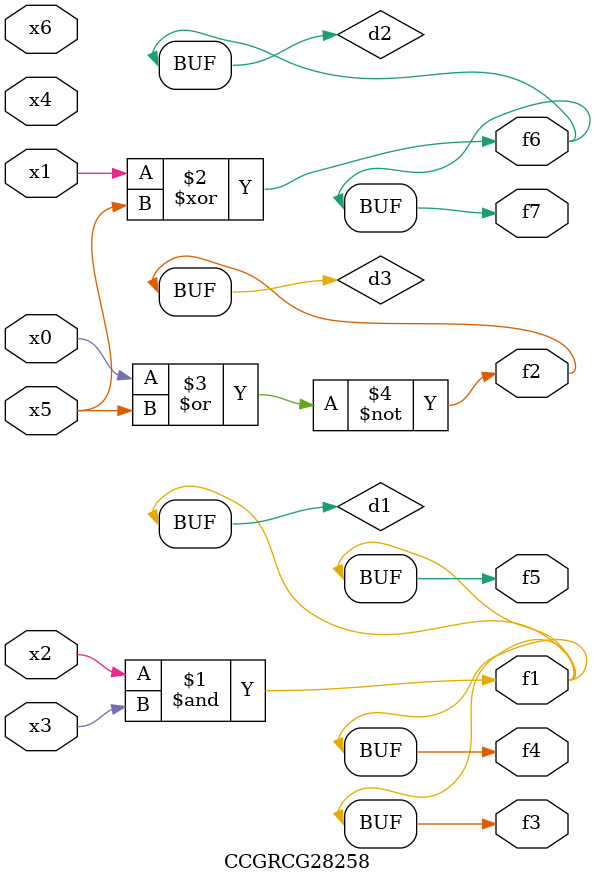
<source format=v>
module CCGRCG28258(
	input x0, x1, x2, x3, x4, x5, x6,
	output f1, f2, f3, f4, f5, f6, f7
);

	wire d1, d2, d3;

	and (d1, x2, x3);
	xor (d2, x1, x5);
	nor (d3, x0, x5);
	assign f1 = d1;
	assign f2 = d3;
	assign f3 = d1;
	assign f4 = d1;
	assign f5 = d1;
	assign f6 = d2;
	assign f7 = d2;
endmodule

</source>
